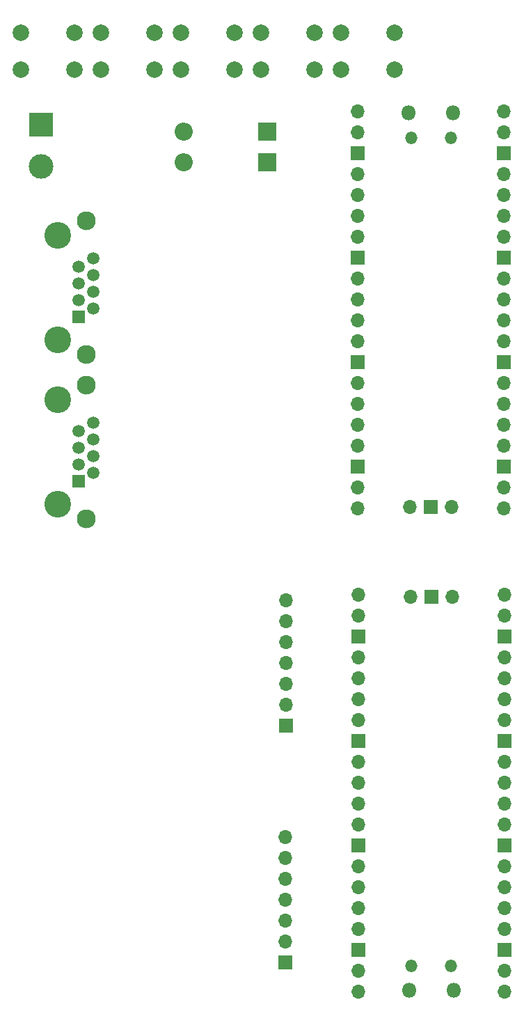
<source format=gbr>
%TF.GenerationSoftware,KiCad,Pcbnew,7.0.7*%
%TF.CreationDate,2025-01-13T16:20:32+01:00*%
%TF.ProjectId,PICO board v4.0,5049434f-2062-46f6-9172-642076342e30,rev?*%
%TF.SameCoordinates,Original*%
%TF.FileFunction,Soldermask,Bot*%
%TF.FilePolarity,Negative*%
%FSLAX46Y46*%
G04 Gerber Fmt 4.6, Leading zero omitted, Abs format (unit mm)*
G04 Created by KiCad (PCBNEW 7.0.7) date 2025-01-13 16:20:32*
%MOMM*%
%LPD*%
G01*
G04 APERTURE LIST*
%ADD10C,2.000000*%
%ADD11O,1.800000X1.800000*%
%ADD12O,1.500000X1.500000*%
%ADD13O,1.700000X1.700000*%
%ADD14R,1.700000X1.700000*%
%ADD15C,3.250000*%
%ADD16R,1.500000X1.500000*%
%ADD17C,1.500000*%
%ADD18C,2.300000*%
%ADD19R,3.000000X3.000000*%
%ADD20C,3.000000*%
%ADD21R,2.200000X2.200000*%
%ADD22O,2.200000X2.200000*%
G04 APERTURE END LIST*
D10*
%TO.C,SW5*%
X115050000Y-35350000D03*
X121550000Y-35350000D03*
X115050000Y-39850000D03*
X121550000Y-39850000D03*
%TD*%
D11*
%TO.C,U1*%
X128735000Y-151830000D03*
D12*
X128435000Y-148800000D03*
X123585000Y-148800000D03*
D11*
X123285000Y-151830000D03*
D13*
X134900000Y-151960000D03*
X134900000Y-149420000D03*
D14*
X134900000Y-146880000D03*
D13*
X134900000Y-144340000D03*
X134900000Y-141800000D03*
X134900000Y-139260000D03*
X134900000Y-136720000D03*
D14*
X134900000Y-134180000D03*
D13*
X134900000Y-131640000D03*
X134900000Y-129100000D03*
X134900000Y-126560000D03*
X134900000Y-124020000D03*
D14*
X134900000Y-121480000D03*
D13*
X134900000Y-118940000D03*
X134900000Y-116400000D03*
X134900000Y-113860000D03*
X134900000Y-111320000D03*
D14*
X134900000Y-108780000D03*
D13*
X134900000Y-106240000D03*
X134900000Y-103700000D03*
X117120000Y-103700000D03*
X117120000Y-106240000D03*
D14*
X117120000Y-108780000D03*
D13*
X117120000Y-111320000D03*
X117120000Y-113860000D03*
X117120000Y-116400000D03*
X117120000Y-118940000D03*
D14*
X117120000Y-121480000D03*
D13*
X117120000Y-124020000D03*
X117120000Y-126560000D03*
X117120000Y-129100000D03*
X117120000Y-131640000D03*
D14*
X117120000Y-134180000D03*
D13*
X117120000Y-136720000D03*
X117120000Y-139260000D03*
X117120000Y-141800000D03*
X117120000Y-144340000D03*
D14*
X117120000Y-146880000D03*
D13*
X117120000Y-149420000D03*
X117120000Y-151960000D03*
X128550000Y-103930000D03*
D14*
X126010000Y-103930000D03*
D13*
X123470000Y-103930000D03*
%TD*%
D14*
%TO.C,J4*%
X108300000Y-119600000D03*
D13*
X108300000Y-117060000D03*
X108300000Y-114520000D03*
X108300000Y-111980000D03*
X108300000Y-109440000D03*
X108300000Y-106900000D03*
X108300000Y-104360000D03*
%TD*%
D15*
%TO.C,J3*%
X80570000Y-92720000D03*
X80570000Y-80020000D03*
D16*
X83110000Y-89930000D03*
D17*
X84890000Y-88914000D03*
X83110000Y-87898000D03*
X84890000Y-86882000D03*
X83110000Y-85866000D03*
X84890000Y-84850000D03*
X83110000Y-83834000D03*
X84890000Y-82818000D03*
D18*
X84000000Y-94500000D03*
X84000000Y-78240000D03*
%TD*%
D10*
%TO.C,SW3*%
X95550000Y-35350000D03*
X102050000Y-35350000D03*
X95550000Y-39850000D03*
X102050000Y-39850000D03*
%TD*%
D14*
%TO.C,J5*%
X108275000Y-148400000D03*
D13*
X108275000Y-145860000D03*
X108275000Y-143320000D03*
X108275000Y-140780000D03*
X108275000Y-138240000D03*
X108275000Y-135700000D03*
X108275000Y-133160000D03*
%TD*%
D19*
%TO.C,J1*%
X78500000Y-46560000D03*
D20*
X78500000Y-51640000D03*
%TD*%
D21*
%TO.C,D1*%
X106080000Y-51150000D03*
D22*
X95920000Y-51150000D03*
%TD*%
D21*
%TO.C,D2*%
X106080000Y-47400000D03*
D22*
X95920000Y-47400000D03*
%TD*%
D10*
%TO.C,SW2*%
X85800000Y-35350000D03*
X92300000Y-35350000D03*
X85800000Y-39850000D03*
X92300000Y-39850000D03*
%TD*%
D13*
%TO.C,U2*%
X128500000Y-93000000D03*
D14*
X125960000Y-93000000D03*
D13*
X123420000Y-93000000D03*
X134850000Y-44970000D03*
X134850000Y-47510000D03*
D14*
X134850000Y-50050000D03*
D13*
X134850000Y-52590000D03*
X134850000Y-55130000D03*
X134850000Y-57670000D03*
X134850000Y-60210000D03*
D14*
X134850000Y-62750000D03*
D13*
X134850000Y-65290000D03*
X134850000Y-67830000D03*
X134850000Y-70370000D03*
X134850000Y-72910000D03*
D14*
X134850000Y-75450000D03*
D13*
X134850000Y-77990000D03*
X134850000Y-80530000D03*
X134850000Y-83070000D03*
X134850000Y-85610000D03*
D14*
X134850000Y-88150000D03*
D13*
X134850000Y-90690000D03*
X134850000Y-93230000D03*
X117070000Y-93230000D03*
X117070000Y-90690000D03*
D14*
X117070000Y-88150000D03*
D13*
X117070000Y-85610000D03*
X117070000Y-83070000D03*
X117070000Y-80530000D03*
X117070000Y-77990000D03*
D14*
X117070000Y-75450000D03*
D13*
X117070000Y-72910000D03*
X117070000Y-70370000D03*
X117070000Y-67830000D03*
X117070000Y-65290000D03*
D14*
X117070000Y-62750000D03*
D13*
X117070000Y-60210000D03*
X117070000Y-57670000D03*
X117070000Y-55130000D03*
X117070000Y-52590000D03*
D14*
X117070000Y-50050000D03*
D13*
X117070000Y-47510000D03*
X117070000Y-44970000D03*
D11*
X128685000Y-45100000D03*
D12*
X128385000Y-48130000D03*
X123535000Y-48130000D03*
D11*
X123235000Y-45100000D03*
%TD*%
D10*
%TO.C,SW4*%
X105300000Y-35350000D03*
X111800000Y-35350000D03*
X105300000Y-39850000D03*
X111800000Y-39850000D03*
%TD*%
%TO.C,SW1*%
X76050000Y-35350000D03*
X82550000Y-35350000D03*
X76050000Y-39850000D03*
X82550000Y-39850000D03*
%TD*%
D15*
%TO.C,J2*%
X80570000Y-72720000D03*
X80570000Y-60020000D03*
D16*
X83110000Y-69930000D03*
D17*
X84890000Y-68914000D03*
X83110000Y-67898000D03*
X84890000Y-66882000D03*
X83110000Y-65866000D03*
X84890000Y-64850000D03*
X83110000Y-63834000D03*
X84890000Y-62818000D03*
D18*
X84000000Y-74500000D03*
X84000000Y-58240000D03*
%TD*%
M02*

</source>
